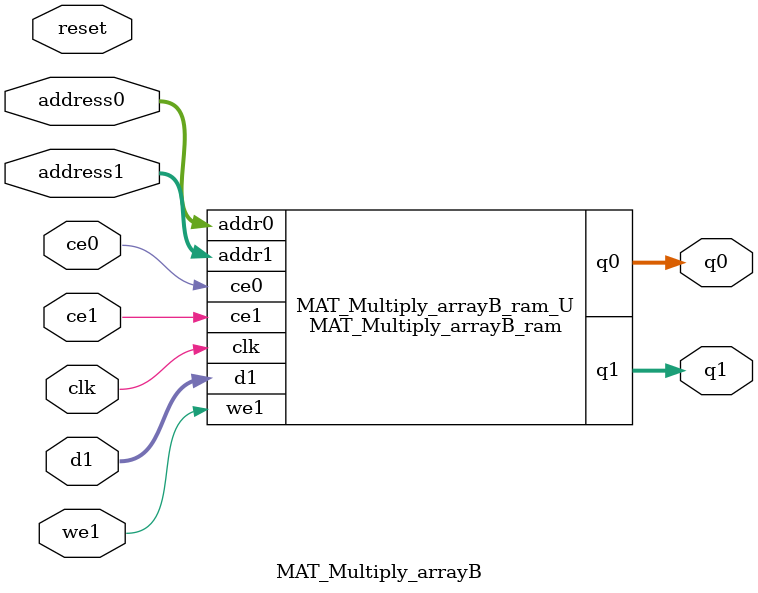
<source format=v>

`timescale 1 ns / 1 ps
module MAT_Multiply_arrayB_ram (addr0, ce0, q0, addr1, ce1, d1, we1, q1,  clk);

parameter DWIDTH = 3200;
parameter AWIDTH = 7;
parameter MEM_SIZE = 100;

input[AWIDTH-1:0] addr0;
input ce0;
output reg[DWIDTH-1:0] q0;
input[AWIDTH-1:0] addr1;
input ce1;
input[DWIDTH-1:0] d1;
input we1;
output reg[DWIDTH-1:0] q1;
input clk;

(* ram_style = "block" *)reg [DWIDTH-1:0] ram[MEM_SIZE-1:0];




always @(posedge clk)  
begin 
    if (ce0) 
    begin
            q0 <= ram[addr0];
    end
end


always @(posedge clk)  
begin 
    if (ce1) 
    begin
        if (we1) 
        begin 
            ram[addr1] <= d1; 
            q1 <= d1;
        end 
        else 
            q1 <= ram[addr1];
    end
end


endmodule


`timescale 1 ns / 1 ps
module MAT_Multiply_arrayB(
    reset,
    clk,
    address0,
    ce0,
    q0,
    address1,
    ce1,
    we1,
    d1,
    q1);

parameter DataWidth = 32'd3200;
parameter AddressRange = 32'd100;
parameter AddressWidth = 32'd7;
input reset;
input clk;
input[AddressWidth - 1:0] address0;
input ce0;
output[DataWidth - 1:0] q0;
input[AddressWidth - 1:0] address1;
input ce1;
input we1;
input[DataWidth - 1:0] d1;
output[DataWidth - 1:0] q1;



MAT_Multiply_arrayB_ram MAT_Multiply_arrayB_ram_U(
    .clk( clk ),
    .addr0( address0 ),
    .ce0( ce0 ),
    .q0( q0 ),
    .addr1( address1 ),
    .ce1( ce1 ),
    .d1( d1 ),
    .we1( we1 ),
    .q1( q1 ));

endmodule


</source>
